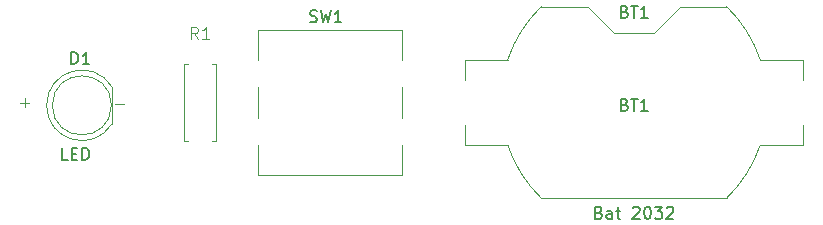
<source format=gto>
%TF.GenerationSoftware,KiCad,Pcbnew,8.0.7*%
%TF.CreationDate,2024-12-27T18:42:03+05:30*%
%TF.ProjectId,Project 1 LED torch,50726f6a-6563-4742-9031-204c45442074,1*%
%TF.SameCoordinates,Original*%
%TF.FileFunction,Legend,Top*%
%TF.FilePolarity,Positive*%
%FSLAX46Y46*%
G04 Gerber Fmt 4.6, Leading zero omitted, Abs format (unit mm)*
G04 Created by KiCad (PCBNEW 8.0.7) date 2024-12-27 18:42:03*
%MOMM*%
%LPD*%
G01*
G04 APERTURE LIST*
%ADD10C,0.100000*%
%ADD11C,0.150000*%
%ADD12C,0.120000*%
G04 APERTURE END LIST*
D10*
X118575312Y-101372419D02*
X118241979Y-100896228D01*
X118003884Y-101372419D02*
X118003884Y-100372419D01*
X118003884Y-100372419D02*
X118384836Y-100372419D01*
X118384836Y-100372419D02*
X118480074Y-100420038D01*
X118480074Y-100420038D02*
X118527693Y-100467657D01*
X118527693Y-100467657D02*
X118575312Y-100562895D01*
X118575312Y-100562895D02*
X118575312Y-100705752D01*
X118575312Y-100705752D02*
X118527693Y-100800990D01*
X118527693Y-100800990D02*
X118480074Y-100848609D01*
X118480074Y-100848609D02*
X118384836Y-100896228D01*
X118384836Y-100896228D02*
X118003884Y-100896228D01*
X119527693Y-101372419D02*
X118956265Y-101372419D01*
X119241979Y-101372419D02*
X119241979Y-100372419D01*
X119241979Y-100372419D02*
X119146741Y-100515276D01*
X119146741Y-100515276D02*
X119051503Y-100610514D01*
X119051503Y-100610514D02*
X118956265Y-100658133D01*
X112296115Y-106891466D02*
X111534211Y-106891466D01*
X104296115Y-106791466D02*
X103534211Y-106791466D01*
X103915163Y-107172419D02*
X103915163Y-106410514D01*
D11*
X107861905Y-103504819D02*
X107861905Y-102504819D01*
X107861905Y-102504819D02*
X108100000Y-102504819D01*
X108100000Y-102504819D02*
X108242857Y-102552438D01*
X108242857Y-102552438D02*
X108338095Y-102647676D01*
X108338095Y-102647676D02*
X108385714Y-102742914D01*
X108385714Y-102742914D02*
X108433333Y-102933390D01*
X108433333Y-102933390D02*
X108433333Y-103076247D01*
X108433333Y-103076247D02*
X108385714Y-103266723D01*
X108385714Y-103266723D02*
X108338095Y-103361961D01*
X108338095Y-103361961D02*
X108242857Y-103457200D01*
X108242857Y-103457200D02*
X108100000Y-103504819D01*
X108100000Y-103504819D02*
X107861905Y-103504819D01*
X109385714Y-103504819D02*
X108814286Y-103504819D01*
X109100000Y-103504819D02*
X109100000Y-102504819D01*
X109100000Y-102504819D02*
X109004762Y-102647676D01*
X109004762Y-102647676D02*
X108909524Y-102742914D01*
X108909524Y-102742914D02*
X108814286Y-102790533D01*
X107557142Y-111604819D02*
X107080952Y-111604819D01*
X107080952Y-111604819D02*
X107080952Y-110604819D01*
X107890476Y-111081009D02*
X108223809Y-111081009D01*
X108366666Y-111604819D02*
X107890476Y-111604819D01*
X107890476Y-111604819D02*
X107890476Y-110604819D01*
X107890476Y-110604819D02*
X108366666Y-110604819D01*
X108795238Y-111604819D02*
X108795238Y-110604819D01*
X108795238Y-110604819D02*
X109033333Y-110604819D01*
X109033333Y-110604819D02*
X109176190Y-110652438D01*
X109176190Y-110652438D02*
X109271428Y-110747676D01*
X109271428Y-110747676D02*
X109319047Y-110842914D01*
X109319047Y-110842914D02*
X109366666Y-111033390D01*
X109366666Y-111033390D02*
X109366666Y-111176247D01*
X109366666Y-111176247D02*
X109319047Y-111366723D01*
X109319047Y-111366723D02*
X109271428Y-111461961D01*
X109271428Y-111461961D02*
X109176190Y-111557200D01*
X109176190Y-111557200D02*
X109033333Y-111604819D01*
X109033333Y-111604819D02*
X108795238Y-111604819D01*
X128066667Y-99907200D02*
X128209524Y-99954819D01*
X128209524Y-99954819D02*
X128447619Y-99954819D01*
X128447619Y-99954819D02*
X128542857Y-99907200D01*
X128542857Y-99907200D02*
X128590476Y-99859580D01*
X128590476Y-99859580D02*
X128638095Y-99764342D01*
X128638095Y-99764342D02*
X128638095Y-99669104D01*
X128638095Y-99669104D02*
X128590476Y-99573866D01*
X128590476Y-99573866D02*
X128542857Y-99526247D01*
X128542857Y-99526247D02*
X128447619Y-99478628D01*
X128447619Y-99478628D02*
X128257143Y-99431009D01*
X128257143Y-99431009D02*
X128161905Y-99383390D01*
X128161905Y-99383390D02*
X128114286Y-99335771D01*
X128114286Y-99335771D02*
X128066667Y-99240533D01*
X128066667Y-99240533D02*
X128066667Y-99145295D01*
X128066667Y-99145295D02*
X128114286Y-99050057D01*
X128114286Y-99050057D02*
X128161905Y-99002438D01*
X128161905Y-99002438D02*
X128257143Y-98954819D01*
X128257143Y-98954819D02*
X128495238Y-98954819D01*
X128495238Y-98954819D02*
X128638095Y-99002438D01*
X128971429Y-98954819D02*
X129209524Y-99954819D01*
X129209524Y-99954819D02*
X129400000Y-99240533D01*
X129400000Y-99240533D02*
X129590476Y-99954819D01*
X129590476Y-99954819D02*
X129828572Y-98954819D01*
X130733333Y-99954819D02*
X130161905Y-99954819D01*
X130447619Y-99954819D02*
X130447619Y-98954819D01*
X130447619Y-98954819D02*
X130352381Y-99097676D01*
X130352381Y-99097676D02*
X130257143Y-99192914D01*
X130257143Y-99192914D02*
X130161905Y-99240533D01*
X154714285Y-99061009D02*
X154857142Y-99108628D01*
X154857142Y-99108628D02*
X154904761Y-99156247D01*
X154904761Y-99156247D02*
X154952380Y-99251485D01*
X154952380Y-99251485D02*
X154952380Y-99394342D01*
X154952380Y-99394342D02*
X154904761Y-99489580D01*
X154904761Y-99489580D02*
X154857142Y-99537200D01*
X154857142Y-99537200D02*
X154761904Y-99584819D01*
X154761904Y-99584819D02*
X154380952Y-99584819D01*
X154380952Y-99584819D02*
X154380952Y-98584819D01*
X154380952Y-98584819D02*
X154714285Y-98584819D01*
X154714285Y-98584819D02*
X154809523Y-98632438D01*
X154809523Y-98632438D02*
X154857142Y-98680057D01*
X154857142Y-98680057D02*
X154904761Y-98775295D01*
X154904761Y-98775295D02*
X154904761Y-98870533D01*
X154904761Y-98870533D02*
X154857142Y-98965771D01*
X154857142Y-98965771D02*
X154809523Y-99013390D01*
X154809523Y-99013390D02*
X154714285Y-99061009D01*
X154714285Y-99061009D02*
X154380952Y-99061009D01*
X155238095Y-98584819D02*
X155809523Y-98584819D01*
X155523809Y-99584819D02*
X155523809Y-98584819D01*
X156666666Y-99584819D02*
X156095238Y-99584819D01*
X156380952Y-99584819D02*
X156380952Y-98584819D01*
X156380952Y-98584819D02*
X156285714Y-98727676D01*
X156285714Y-98727676D02*
X156190476Y-98822914D01*
X156190476Y-98822914D02*
X156095238Y-98870533D01*
X152547618Y-116079009D02*
X152690475Y-116126628D01*
X152690475Y-116126628D02*
X152738094Y-116174247D01*
X152738094Y-116174247D02*
X152785713Y-116269485D01*
X152785713Y-116269485D02*
X152785713Y-116412342D01*
X152785713Y-116412342D02*
X152738094Y-116507580D01*
X152738094Y-116507580D02*
X152690475Y-116555200D01*
X152690475Y-116555200D02*
X152595237Y-116602819D01*
X152595237Y-116602819D02*
X152214285Y-116602819D01*
X152214285Y-116602819D02*
X152214285Y-115602819D01*
X152214285Y-115602819D02*
X152547618Y-115602819D01*
X152547618Y-115602819D02*
X152642856Y-115650438D01*
X152642856Y-115650438D02*
X152690475Y-115698057D01*
X152690475Y-115698057D02*
X152738094Y-115793295D01*
X152738094Y-115793295D02*
X152738094Y-115888533D01*
X152738094Y-115888533D02*
X152690475Y-115983771D01*
X152690475Y-115983771D02*
X152642856Y-116031390D01*
X152642856Y-116031390D02*
X152547618Y-116079009D01*
X152547618Y-116079009D02*
X152214285Y-116079009D01*
X153642856Y-116602819D02*
X153642856Y-116079009D01*
X153642856Y-116079009D02*
X153595237Y-115983771D01*
X153595237Y-115983771D02*
X153499999Y-115936152D01*
X153499999Y-115936152D02*
X153309523Y-115936152D01*
X153309523Y-115936152D02*
X153214285Y-115983771D01*
X153642856Y-116555200D02*
X153547618Y-116602819D01*
X153547618Y-116602819D02*
X153309523Y-116602819D01*
X153309523Y-116602819D02*
X153214285Y-116555200D01*
X153214285Y-116555200D02*
X153166666Y-116459961D01*
X153166666Y-116459961D02*
X153166666Y-116364723D01*
X153166666Y-116364723D02*
X153214285Y-116269485D01*
X153214285Y-116269485D02*
X153309523Y-116221866D01*
X153309523Y-116221866D02*
X153547618Y-116221866D01*
X153547618Y-116221866D02*
X153642856Y-116174247D01*
X153976190Y-115936152D02*
X154357142Y-115936152D01*
X154119047Y-115602819D02*
X154119047Y-116459961D01*
X154119047Y-116459961D02*
X154166666Y-116555200D01*
X154166666Y-116555200D02*
X154261904Y-116602819D01*
X154261904Y-116602819D02*
X154357142Y-116602819D01*
X155404762Y-115698057D02*
X155452381Y-115650438D01*
X155452381Y-115650438D02*
X155547619Y-115602819D01*
X155547619Y-115602819D02*
X155785714Y-115602819D01*
X155785714Y-115602819D02*
X155880952Y-115650438D01*
X155880952Y-115650438D02*
X155928571Y-115698057D01*
X155928571Y-115698057D02*
X155976190Y-115793295D01*
X155976190Y-115793295D02*
X155976190Y-115888533D01*
X155976190Y-115888533D02*
X155928571Y-116031390D01*
X155928571Y-116031390D02*
X155357143Y-116602819D01*
X155357143Y-116602819D02*
X155976190Y-116602819D01*
X156595238Y-115602819D02*
X156690476Y-115602819D01*
X156690476Y-115602819D02*
X156785714Y-115650438D01*
X156785714Y-115650438D02*
X156833333Y-115698057D01*
X156833333Y-115698057D02*
X156880952Y-115793295D01*
X156880952Y-115793295D02*
X156928571Y-115983771D01*
X156928571Y-115983771D02*
X156928571Y-116221866D01*
X156928571Y-116221866D02*
X156880952Y-116412342D01*
X156880952Y-116412342D02*
X156833333Y-116507580D01*
X156833333Y-116507580D02*
X156785714Y-116555200D01*
X156785714Y-116555200D02*
X156690476Y-116602819D01*
X156690476Y-116602819D02*
X156595238Y-116602819D01*
X156595238Y-116602819D02*
X156500000Y-116555200D01*
X156500000Y-116555200D02*
X156452381Y-116507580D01*
X156452381Y-116507580D02*
X156404762Y-116412342D01*
X156404762Y-116412342D02*
X156357143Y-116221866D01*
X156357143Y-116221866D02*
X156357143Y-115983771D01*
X156357143Y-115983771D02*
X156404762Y-115793295D01*
X156404762Y-115793295D02*
X156452381Y-115698057D01*
X156452381Y-115698057D02*
X156500000Y-115650438D01*
X156500000Y-115650438D02*
X156595238Y-115602819D01*
X157261905Y-115602819D02*
X157880952Y-115602819D01*
X157880952Y-115602819D02*
X157547619Y-115983771D01*
X157547619Y-115983771D02*
X157690476Y-115983771D01*
X157690476Y-115983771D02*
X157785714Y-116031390D01*
X157785714Y-116031390D02*
X157833333Y-116079009D01*
X157833333Y-116079009D02*
X157880952Y-116174247D01*
X157880952Y-116174247D02*
X157880952Y-116412342D01*
X157880952Y-116412342D02*
X157833333Y-116507580D01*
X157833333Y-116507580D02*
X157785714Y-116555200D01*
X157785714Y-116555200D02*
X157690476Y-116602819D01*
X157690476Y-116602819D02*
X157404762Y-116602819D01*
X157404762Y-116602819D02*
X157309524Y-116555200D01*
X157309524Y-116555200D02*
X157261905Y-116507580D01*
X158261905Y-115698057D02*
X158309524Y-115650438D01*
X158309524Y-115650438D02*
X158404762Y-115602819D01*
X158404762Y-115602819D02*
X158642857Y-115602819D01*
X158642857Y-115602819D02*
X158738095Y-115650438D01*
X158738095Y-115650438D02*
X158785714Y-115698057D01*
X158785714Y-115698057D02*
X158833333Y-115793295D01*
X158833333Y-115793295D02*
X158833333Y-115888533D01*
X158833333Y-115888533D02*
X158785714Y-116031390D01*
X158785714Y-116031390D02*
X158214286Y-116602819D01*
X158214286Y-116602819D02*
X158833333Y-116602819D01*
X154714285Y-106931009D02*
X154857142Y-106978628D01*
X154857142Y-106978628D02*
X154904761Y-107026247D01*
X154904761Y-107026247D02*
X154952380Y-107121485D01*
X154952380Y-107121485D02*
X154952380Y-107264342D01*
X154952380Y-107264342D02*
X154904761Y-107359580D01*
X154904761Y-107359580D02*
X154857142Y-107407200D01*
X154857142Y-107407200D02*
X154761904Y-107454819D01*
X154761904Y-107454819D02*
X154380952Y-107454819D01*
X154380952Y-107454819D02*
X154380952Y-106454819D01*
X154380952Y-106454819D02*
X154714285Y-106454819D01*
X154714285Y-106454819D02*
X154809523Y-106502438D01*
X154809523Y-106502438D02*
X154857142Y-106550057D01*
X154857142Y-106550057D02*
X154904761Y-106645295D01*
X154904761Y-106645295D02*
X154904761Y-106740533D01*
X154904761Y-106740533D02*
X154857142Y-106835771D01*
X154857142Y-106835771D02*
X154809523Y-106883390D01*
X154809523Y-106883390D02*
X154714285Y-106931009D01*
X154714285Y-106931009D02*
X154380952Y-106931009D01*
X155238095Y-106454819D02*
X155809523Y-106454819D01*
X155523809Y-107454819D02*
X155523809Y-106454819D01*
X156666666Y-107454819D02*
X156095238Y-107454819D01*
X156380952Y-107454819D02*
X156380952Y-106454819D01*
X156380952Y-106454819D02*
X156285714Y-106597676D01*
X156285714Y-106597676D02*
X156190476Y-106692914D01*
X156190476Y-106692914D02*
X156095238Y-106740533D01*
D12*
%TO.C,D1*%
X111255000Y-107000000D02*
G75*
G02*
X106255000Y-107000000I-2500000J0D01*
G01*
X106255000Y-107000000D02*
G75*
G02*
X111255000Y-107000000I2500000J0D01*
G01*
X111315000Y-108544830D02*
G75*
G02*
X105765000Y-107000048I-2560000J1544830D01*
G01*
X105765000Y-106999952D02*
G75*
G02*
X111315000Y-105455170I2990000J-48D01*
G01*
X111315000Y-108545000D02*
X111315000Y-105455000D01*
%TO.C,SW1*%
X123640000Y-100640000D02*
X123640000Y-103150000D01*
X123640000Y-100640000D02*
X135860000Y-100640000D01*
X123640000Y-105450000D02*
X123640000Y-108050000D01*
X123640000Y-110350000D02*
X123640000Y-112860000D01*
X135860000Y-100640000D02*
X135860000Y-103150000D01*
X135860000Y-105450000D02*
X135860000Y-108050000D01*
X135860000Y-110350000D02*
X135860000Y-112860000D01*
X135860000Y-112860000D02*
X123640000Y-112860000D01*
%TO.C,BT1*%
X141190000Y-103140000D02*
X144808000Y-103140000D01*
X141190000Y-104850000D02*
X141190000Y-103140000D01*
X141190000Y-108650000D02*
X141190000Y-110360000D01*
X144808000Y-110360000D02*
X141190000Y-110360000D01*
X147652700Y-98640000D02*
X151640000Y-98640000D01*
X153840000Y-100840000D02*
X151640000Y-98640000D01*
X153840000Y-100840000D02*
X157160000Y-100840000D01*
X157160000Y-100840000D02*
X159360000Y-98640000D01*
X159360000Y-98640000D02*
X163347300Y-98640000D01*
X163347300Y-114860000D02*
X147652700Y-114860000D01*
X166192000Y-103140000D02*
X169810000Y-103140000D01*
X169810000Y-104850000D02*
X169810000Y-103140000D01*
X169810000Y-108650000D02*
X169810000Y-110360000D01*
X169810000Y-110360000D02*
X166192000Y-110360000D01*
X144808000Y-103140000D02*
G75*
G02*
X147654629Y-98638211I10692020J-3610012D01*
G01*
X147654629Y-114861789D02*
G75*
G02*
X144808000Y-110360000I7845371J8111789D01*
G01*
X163345371Y-98638211D02*
G75*
G02*
X166192000Y-103140000I-7845366J-8111785D01*
G01*
X166192000Y-110360000D02*
G75*
G02*
X163345372Y-114861790I-10692020J3610010D01*
G01*
%TO.C,R1*%
X117380000Y-103480000D02*
X117380000Y-110020000D01*
X117380000Y-110020000D02*
X117710000Y-110020000D01*
X117710000Y-103480000D02*
X117380000Y-103480000D01*
X119790000Y-103480000D02*
X120120000Y-103480000D01*
X120120000Y-103480000D02*
X120120000Y-110020000D01*
X120120000Y-110020000D02*
X119790000Y-110020000D01*
%TD*%
M02*

</source>
